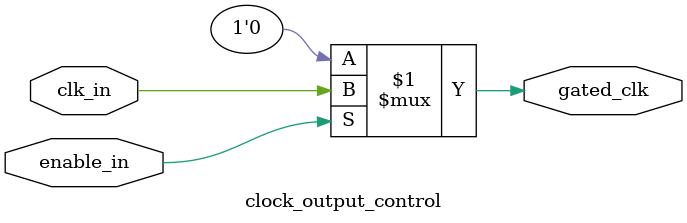
<source format=sv>
module latch_based_clock_gate (
    input  wire clk_in,
    input  wire enable,
    output wire clk_out
);
    // 内部连线
    wire enable_latched;
    
    // 低电平透明锁存器实现
    level_sensitive_latch u_latch (
        .clk_n      (~clk_in),
        .data_in    (enable),
        .latch_out  (enable_latched)
    );
    
    // 时钟输出控制实现
    clock_output_control u_clock_control (
        .clk_in     (clk_in),
        .enable_in  (enable_latched),
        .gated_clk  (clk_out)
    );
    
endmodule

// 子模块1: 优化的低电平透明锁存器
module level_sensitive_latch (
    input  wire clk_n,     // 低电平有效时钟信号
    input  wire data_in,   // 数据输入
    output reg  latch_out  // 锁存器输出
);
    // 优化后的锁存器实现，使用阻塞赋值提高效率
    // 当clk_n为低电平时传递数据
    always @(*) begin
        if (!clk_n)
            latch_out = data_in;
    end
endmodule

// 子模块2: 优化的时钟输出控制
module clock_output_control (
    input  wire clk_in,    // 输入时钟
    input  wire enable_in, // 使能信号
    output wire gated_clk  // 门控后的时钟输出
);
    // 优化的时钟门控逻辑
    assign gated_clk = enable_in ? clk_in : 1'b0;
endmodule
</source>
